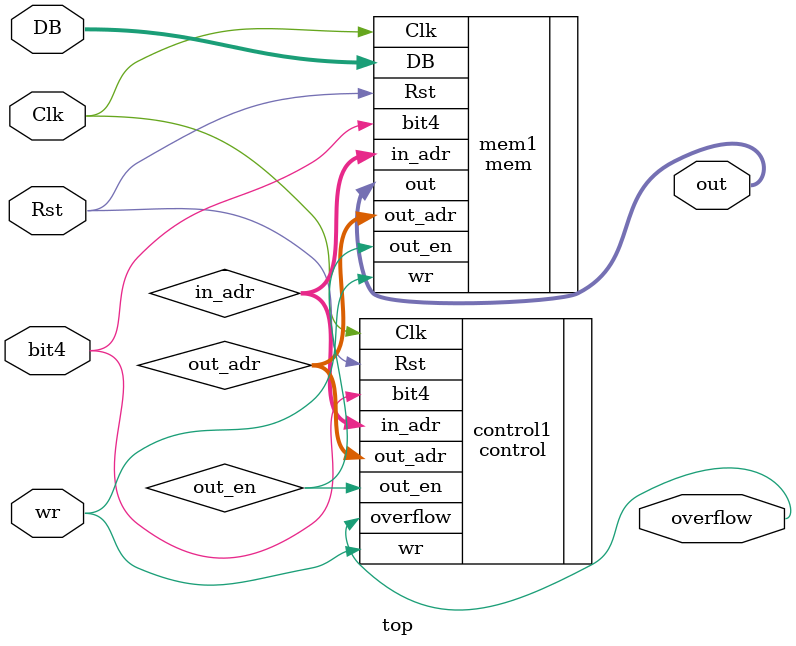
<source format=v>
module top(input Clk,
           input Rst,
           input bit4,
           input [7:0] DB,
           input wr,
           output overflow,
           output  wire [2:0] out);

           wire     out_en;
           wire     [8:0] out_adr,in_adr;

           control control1(.Clk(Clk),
                            .wr(wr),
                            .Rst(Rst),
                            .bit4(bit4),
                            .out_en(out_en),
                            .overflow(overflow),
                            .out_adr(out_adr),
                            .in_adr(in_adr));
           mem mem1(.DB(DB),
                    .wr(wr),
                    .in_adr(in_adr),
                    .out_adr(out_adr),
                    .out_en(out_en),
                    .Clk(Clk),
                    .Rst(Rst),
                    .bit4(bit4),
                    .out(out));
endmodule
</source>
